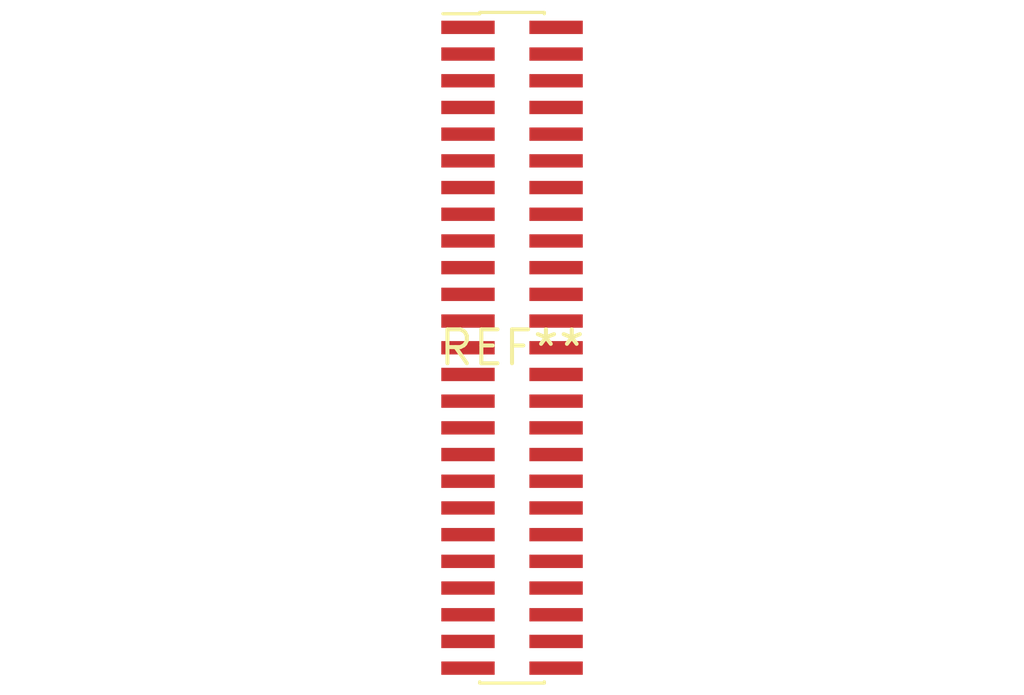
<source format=kicad_pcb>
(kicad_pcb (version 20240108) (generator pcbnew)
  (layers (0 "F.Cu" signal) (31 "B.Cu" signal) (34 "B.Paste" user) (35 "F.Paste" user) (36 "B.SilkS" user "B.Silkscreen") (37 "F.SilkS" user "F.Silkscreen") (38 "B.Mask" user) (39 "F.Mask" user) (44 "Edge.Cuts" user))
  (net 0 "")
  (footprint "PinHeader_2x25_P1.00mm_Vertical_SMD" (layer "F.Cu") (at 0 0)
    (property "Reference" "REF**")
    (property "Value" "PinHeader_2x25_P1.00mm_Vertical_SMD")
    (fp_line (start -2.59 -12.51) (end -1.21 -12.51) (layer "F.SilkS") (stroke (width 0.12)))
    (fp_line (start -1.21 -12.56) (end -1.21 -12.51) (layer "F.SilkS") (stroke (width 0.12)))
    (fp_line (start -1.21 -12.56) (end 1.21 -12.56) (layer "F.SilkS") (stroke (width 0.12)))
    (fp_line (start -1.21 12.51) (end -1.21 12.56) (layer "F.SilkS") (stroke (width 0.12)))
    (fp_line (start -1.21 12.56) (end 1.21 12.56) (layer "F.SilkS") (stroke (width 0.12)))
    (fp_line (start 1.21 -12.56) (end 1.21 -12.51) (layer "F.SilkS") (stroke (width 0.12)))
    (fp_line (start 1.21 12.51) (end 1.21 12.56) (layer "F.SilkS") (stroke (width 0.12)))
    (pad "1" smd rect (at -1.65 -12) (size 2 0.5) (layers "F.Cu" "F.Paste" "F.Mask"))
    (pad "2" smd rect (at 1.65 -12) (size 2 0.5) (layers "F.Cu" "F.Paste" "F.Mask"))
    (pad "3" smd rect (at -1.65 -11) (size 2 0.5) (layers "F.Cu" "F.Paste" "F.Mask"))
    (pad "4" smd rect (at 1.65 -11) (size 2 0.5) (layers "F.Cu" "F.Paste" "F.Mask"))
    (pad "5" smd rect (at -1.65 -10) (size 2 0.5) (layers "F.Cu" "F.Paste" "F.Mask"))
    (pad "6" smd rect (at 1.65 -10) (size 2 0.5) (layers "F.Cu" "F.Paste" "F.Mask"))
    (pad "7" smd rect (at -1.65 -9) (size 2 0.5) (layers "F.Cu" "F.Paste" "F.Mask"))
    (pad "8" smd rect (at 1.65 -9) (size 2 0.5) (layers "F.Cu" "F.Paste" "F.Mask"))
    (pad "9" smd rect (at -1.65 -8) (size 2 0.5) (layers "F.Cu" "F.Paste" "F.Mask"))
    (pad "10" smd rect (at 1.65 -8) (size 2 0.5) (layers "F.Cu" "F.Paste" "F.Mask"))
    (pad "11" smd rect (at -1.65 -7) (size 2 0.5) (layers "F.Cu" "F.Paste" "F.Mask"))
    (pad "12" smd rect (at 1.65 -7) (size 2 0.5) (layers "F.Cu" "F.Paste" "F.Mask"))
    (pad "13" smd rect (at -1.65 -6) (size 2 0.5) (layers "F.Cu" "F.Paste" "F.Mask"))
    (pad "14" smd rect (at 1.65 -6) (size 2 0.5) (layers "F.Cu" "F.Paste" "F.Mask"))
    (pad "15" smd rect (at -1.65 -5) (size 2 0.5) (layers "F.Cu" "F.Paste" "F.Mask"))
    (pad "16" smd rect (at 1.65 -5) (size 2 0.5) (layers "F.Cu" "F.Paste" "F.Mask"))
    (pad "17" smd rect (at -1.65 -4) (size 2 0.5) (layers "F.Cu" "F.Paste" "F.Mask"))
    (pad "18" smd rect (at 1.65 -4) (size 2 0.5) (layers "F.Cu" "F.Paste" "F.Mask"))
    (pad "19" smd rect (at -1.65 -3) (size 2 0.5) (layers "F.Cu" "F.Paste" "F.Mask"))
    (pad "20" smd rect (at 1.65 -3) (size 2 0.5) (layers "F.Cu" "F.Paste" "F.Mask"))
    (pad "21" smd rect (at -1.65 -2) (size 2 0.5) (layers "F.Cu" "F.Paste" "F.Mask"))
    (pad "22" smd rect (at 1.65 -2) (size 2 0.5) (layers "F.Cu" "F.Paste" "F.Mask"))
    (pad "23" smd rect (at -1.65 -1) (size 2 0.5) (layers "F.Cu" "F.Paste" "F.Mask"))
    (pad "24" smd rect (at 1.65 -1) (size 2 0.5) (layers "F.Cu" "F.Paste" "F.Mask"))
    (pad "25" smd rect (at -1.65 0) (size 2 0.5) (layers "F.Cu" "F.Paste" "F.Mask"))
    (pad "26" smd rect (at 1.65 0) (size 2 0.5) (layers "F.Cu" "F.Paste" "F.Mask"))
    (pad "27" smd rect (at -1.65 1) (size 2 0.5) (layers "F.Cu" "F.Paste" "F.Mask"))
    (pad "28" smd rect (at 1.65 1) (size 2 0.5) (layers "F.Cu" "F.Paste" "F.Mask"))
    (pad "29" smd rect (at -1.65 2) (size 2 0.5) (layers "F.Cu" "F.Paste" "F.Mask"))
    (pad "30" smd rect (at 1.65 2) (size 2 0.5) (layers "F.Cu" "F.Paste" "F.Mask"))
    (pad "31" smd rect (at -1.65 3) (size 2 0.5) (layers "F.Cu" "F.Paste" "F.Mask"))
    (pad "32" smd rect (at 1.65 3) (size 2 0.5) (layers "F.Cu" "F.Paste" "F.Mask"))
    (pad "33" smd rect (at -1.65 4) (size 2 0.5) (layers "F.Cu" "F.Paste" "F.Mask"))
    (pad "34" smd rect (at 1.65 4) (size 2 0.5) (layers "F.Cu" "F.Paste" "F.Mask"))
    (pad "35" smd rect (at -1.65 5) (size 2 0.5) (layers "F.Cu" "F.Paste" "F.Mask"))
    (pad "36" smd rect (at 1.65 5) (size 2 0.5) (layers "F.Cu" "F.Paste" "F.Mask"))
    (pad "37" smd rect (at -1.65 6) (size 2 0.5) (layers "F.Cu" "F.Paste" "F.Mask"))
    (pad "38" smd rect (at 1.65 6) (size 2 0.5) (layers "F.Cu" "F.Paste" "F.Mask"))
    (pad "39" smd rect (at -1.65 7) (size 2 0.5) (layers "F.Cu" "F.Paste" "F.Mask"))
    (pad "40" smd rect (at 1.65 7) (size 2 0.5) (layers "F.Cu" "F.Paste" "F.Mask"))
    (pad "41" smd rect (at -1.65 8) (size 2 0.5) (layers "F.Cu" "F.Paste" "F.Mask"))
    (pad "42" smd rect (at 1.65 8) (size 2 0.5) (layers "F.Cu" "F.Paste" "F.Mask"))
    (pad "43" smd rect (at -1.65 9) (size 2 0.5) (layers "F.Cu" "F.Paste" "F.Mask"))
    (pad "44" smd rect (at 1.65 9) (size 2 0.5) (layers "F.Cu" "F.Paste" "F.Mask"))
    (pad "45" smd rect (at -1.65 10) (size 2 0.5) (layers "F.Cu" "F.Paste" "F.Mask"))
    (pad "46" smd rect (at 1.65 10) (size 2 0.5) (layers "F.Cu" "F.Paste" "F.Mask"))
    (pad "47" smd rect (at -1.65 11) (size 2 0.5) (layers "F.Cu" "F.Paste" "F.Mask"))
    (pad "48" smd rect (at 1.65 11) (size 2 0.5) (layers "F.Cu" "F.Paste" "F.Mask"))
    (pad "49" smd rect (at -1.65 12) (size 2 0.5) (layers "F.Cu" "F.Paste" "F.Mask"))
    (pad "50" smd rect (at 1.65 12) (size 2 0.5) (layers "F.Cu" "F.Paste" "F.Mask"))
  )
)
</source>
